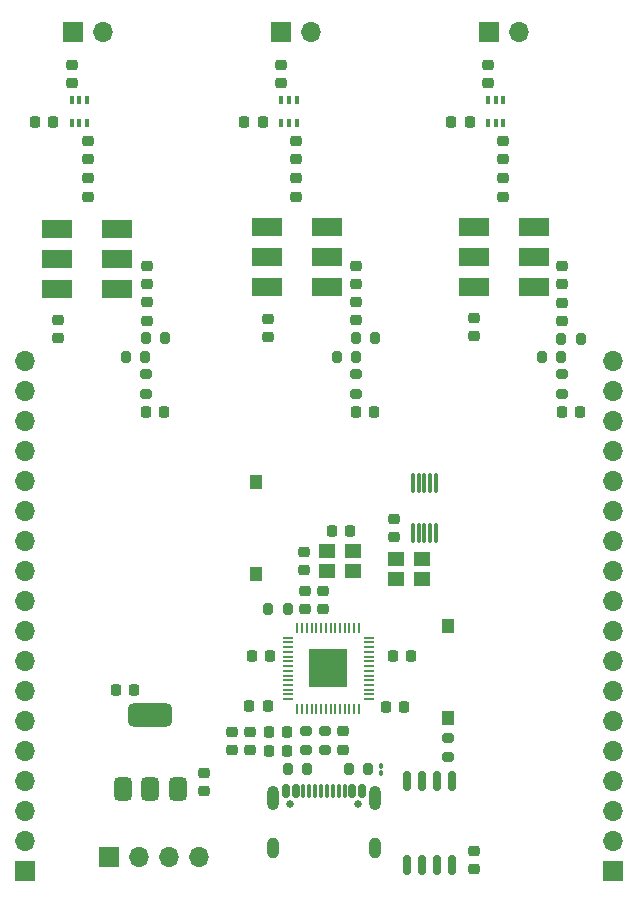
<source format=gbr>
%TF.GenerationSoftware,KiCad,Pcbnew,9.0.0*%
%TF.CreationDate,2025-05-17T06:27:11-04:00*%
%TF.ProjectId,phase-interferometer,70686173-652d-4696-9e74-65726665726f,rev?*%
%TF.SameCoordinates,Original*%
%TF.FileFunction,Soldermask,Top*%
%TF.FilePolarity,Negative*%
%FSLAX46Y46*%
G04 Gerber Fmt 4.6, Leading zero omitted, Abs format (unit mm)*
G04 Created by KiCad (PCBNEW 9.0.0) date 2025-05-17 06:27:11*
%MOMM*%
%LPD*%
G01*
G04 APERTURE LIST*
G04 Aperture macros list*
%AMRoundRect*
0 Rectangle with rounded corners*
0 $1 Rounding radius*
0 $2 $3 $4 $5 $6 $7 $8 $9 X,Y pos of 4 corners*
0 Add a 4 corners polygon primitive as box body*
4,1,4,$2,$3,$4,$5,$6,$7,$8,$9,$2,$3,0*
0 Add four circle primitives for the rounded corners*
1,1,$1+$1,$2,$3*
1,1,$1+$1,$4,$5*
1,1,$1+$1,$6,$7*
1,1,$1+$1,$8,$9*
0 Add four rect primitives between the rounded corners*
20,1,$1+$1,$2,$3,$4,$5,0*
20,1,$1+$1,$4,$5,$6,$7,0*
20,1,$1+$1,$6,$7,$8,$9,0*
20,1,$1+$1,$8,$9,$2,$3,0*%
G04 Aperture macros list end*
%ADD10R,1.400000X1.200000*%
%ADD11RoundRect,0.087500X0.087500X-0.725000X0.087500X0.725000X-0.087500X0.725000X-0.087500X-0.725000X0*%
%ADD12RoundRect,0.225000X0.250000X-0.225000X0.250000X0.225000X-0.250000X0.225000X-0.250000X-0.225000X0*%
%ADD13R,1.700000X1.700000*%
%ADD14O,1.700000X1.700000*%
%ADD15RoundRect,0.225000X0.225000X0.250000X-0.225000X0.250000X-0.225000X-0.250000X0.225000X-0.250000X0*%
%ADD16R,2.540000X1.650000*%
%ADD17RoundRect,0.200000X0.275000X-0.200000X0.275000X0.200000X-0.275000X0.200000X-0.275000X-0.200000X0*%
%ADD18RoundRect,0.225000X-0.250000X0.225000X-0.250000X-0.225000X0.250000X-0.225000X0.250000X0.225000X0*%
%ADD19RoundRect,0.225000X-0.225000X-0.250000X0.225000X-0.250000X0.225000X0.250000X-0.225000X0.250000X0*%
%ADD20RoundRect,0.200000X-0.200000X-0.275000X0.200000X-0.275000X0.200000X0.275000X-0.200000X0.275000X0*%
%ADD21RoundRect,0.100000X0.100000X-0.225000X0.100000X0.225000X-0.100000X0.225000X-0.100000X-0.225000X0*%
%ADD22RoundRect,0.200000X0.200000X0.275000X-0.200000X0.275000X-0.200000X-0.275000X0.200000X-0.275000X0*%
%ADD23C,0.650000*%
%ADD24RoundRect,0.150000X-0.150000X-0.425000X0.150000X-0.425000X0.150000X0.425000X-0.150000X0.425000X0*%
%ADD25RoundRect,0.075000X-0.075000X-0.500000X0.075000X-0.500000X0.075000X0.500000X-0.075000X0.500000X0*%
%ADD26O,1.000000X2.100000*%
%ADD27O,1.000000X1.800000*%
%ADD28RoundRect,0.200000X-0.275000X0.200000X-0.275000X-0.200000X0.275000X-0.200000X0.275000X0.200000X0*%
%ADD29R,1.000000X1.250000*%
%ADD30RoundRect,0.375000X0.375000X-0.625000X0.375000X0.625000X-0.375000X0.625000X-0.375000X-0.625000X0*%
%ADD31RoundRect,0.500000X1.400000X-0.500000X1.400000X0.500000X-1.400000X0.500000X-1.400000X-0.500000X0*%
%ADD32RoundRect,0.100000X0.100000X-0.130000X0.100000X0.130000X-0.100000X0.130000X-0.100000X-0.130000X0*%
%ADD33RoundRect,0.050000X0.387500X0.050000X-0.387500X0.050000X-0.387500X-0.050000X0.387500X-0.050000X0*%
%ADD34RoundRect,0.050000X0.050000X0.387500X-0.050000X0.387500X-0.050000X-0.387500X0.050000X-0.387500X0*%
%ADD35R,3.200000X3.200000*%
%ADD36RoundRect,0.162500X-0.162500X0.650000X-0.162500X-0.650000X0.162500X-0.650000X0.162500X0.650000X0*%
G04 APERTURE END LIST*
D10*
%TO.C,Y4*%
X159800000Y-100978833D03*
X162000000Y-100978833D03*
X162000000Y-102678833D03*
X159800000Y-102678833D03*
%TD*%
D11*
%TO.C,Y1*%
X161200000Y-94566333D03*
X161700000Y-94566333D03*
X162200000Y-94566333D03*
X162700000Y-94566333D03*
X163200000Y-94566333D03*
X163200000Y-98791333D03*
X162700000Y-98791333D03*
X162200000Y-98791333D03*
X161700000Y-98791333D03*
X161200000Y-98791333D03*
%TD*%
D12*
%TO.C,C41*%
X159600000Y-97603833D03*
X159600000Y-99153833D03*
%TD*%
D13*
%TO.C,AE3*%
X167677500Y-56360000D03*
D14*
X170217500Y-56360000D03*
%TD*%
D15*
%TO.C,C3*%
X166015000Y-63960000D03*
X164465000Y-63960000D03*
%TD*%
D10*
%TO.C,Y3*%
X153950000Y-102050000D03*
X156150000Y-102050000D03*
X156150000Y-100350000D03*
X153950000Y-100350000D03*
%TD*%
D13*
%TO.C,AE1*%
X132402500Y-56360000D03*
D14*
X134942500Y-56360000D03*
%TD*%
D16*
%TO.C,U5*%
X153930000Y-78000000D03*
X153930000Y-75460000D03*
X153930000Y-72920000D03*
X148850000Y-72920000D03*
X148850000Y-75460000D03*
X148850000Y-78000000D03*
%TD*%
D15*
%TO.C,C27*%
X161075000Y-109200000D03*
X159525000Y-109200000D03*
%TD*%
D17*
%TO.C,R5*%
X156390000Y-87010000D03*
X156390000Y-85360000D03*
%TD*%
D15*
%TO.C,C14*%
X160475000Y-113500000D03*
X158925000Y-113500000D03*
%TD*%
D18*
%TO.C,C18*%
X156440000Y-76160000D03*
X156440000Y-77710000D03*
%TD*%
D12*
%TO.C,C16*%
X131150000Y-82275000D03*
X131150000Y-80725000D03*
%TD*%
D19*
%TO.C,C22*%
X156390000Y-88510000D03*
X157940000Y-88510000D03*
%TD*%
D20*
%TO.C,R9*%
X173790000Y-82360000D03*
X175440000Y-82360000D03*
%TD*%
D12*
%TO.C,C40*%
X143500000Y-120675000D03*
X143500000Y-119125000D03*
%TD*%
D21*
%TO.C,U6*%
X167590000Y-64060000D03*
X168240000Y-64060000D03*
X168890000Y-64060000D03*
X168890000Y-62160000D03*
X168240000Y-62160000D03*
X167590000Y-62160000D03*
%TD*%
D12*
%TO.C,C17*%
X148950000Y-82235000D03*
X148950000Y-80685000D03*
%TD*%
D21*
%TO.C,U4*%
X150090000Y-64060000D03*
X150740000Y-64060000D03*
X151390000Y-64060000D03*
X151390000Y-62160000D03*
X150740000Y-62160000D03*
X150090000Y-62160000D03*
%TD*%
D18*
%TO.C,C9*%
X168890000Y-65610000D03*
X168890000Y-67160000D03*
%TD*%
D22*
%TO.C,R7*%
X173765000Y-83910000D03*
X172115000Y-83910000D03*
%TD*%
D18*
%TO.C,C8*%
X151340000Y-65610000D03*
X151340000Y-67160000D03*
%TD*%
D23*
%TO.C,J1*%
X150810000Y-121745000D03*
X156590000Y-121745000D03*
D24*
X150500000Y-120670000D03*
X151300000Y-120670000D03*
D25*
X152450000Y-120670000D03*
X153450000Y-120670000D03*
X153950000Y-120670000D03*
X154950000Y-120670000D03*
D24*
X156100000Y-120670000D03*
X156900000Y-120670000D03*
X156900000Y-120670000D03*
X156100000Y-120670000D03*
D25*
X155450000Y-120670000D03*
X154450000Y-120670000D03*
X152950000Y-120670000D03*
X151950000Y-120670000D03*
D24*
X151300000Y-120670000D03*
X150500000Y-120670000D03*
D26*
X149380000Y-121245000D03*
D27*
X149380000Y-125425000D03*
D26*
X158020000Y-121245000D03*
D27*
X158020000Y-125425000D03*
%TD*%
D28*
%TO.C,R11*%
X152164488Y-115543698D03*
X152164488Y-117193698D03*
%TD*%
D17*
%TO.C,R10*%
X153764488Y-117193698D03*
X153764488Y-115543698D03*
%TD*%
D19*
%TO.C,C33*%
X149039488Y-115618698D03*
X150589488Y-115618698D03*
%TD*%
D18*
%TO.C,C38*%
X152000000Y-100375000D03*
X152000000Y-101925000D03*
%TD*%
D12*
%TO.C,C36*%
X166400000Y-127275000D03*
X166400000Y-125725000D03*
%TD*%
D18*
%TO.C,C10*%
X133690000Y-68760000D03*
X133690000Y-70310000D03*
%TD*%
D13*
%TO.C,J3*%
X128400000Y-127450000D03*
D14*
X128400000Y-124910000D03*
X128400000Y-122370000D03*
X128400000Y-119830000D03*
X128400000Y-117290000D03*
X128400000Y-114750000D03*
X128400000Y-112210000D03*
X128400000Y-109670000D03*
X128400000Y-107130000D03*
X128400000Y-104590000D03*
X128400000Y-102050000D03*
X128400000Y-99510000D03*
X128400000Y-96970000D03*
X128400000Y-94430000D03*
X128400000Y-91890000D03*
X128400000Y-89350000D03*
X128400000Y-86810000D03*
X128400000Y-84270000D03*
%TD*%
D18*
%TO.C,C12*%
X168890000Y-68760000D03*
X168890000Y-70310000D03*
%TD*%
%TO.C,C11*%
X151340000Y-68760000D03*
X151340000Y-70310000D03*
%TD*%
D17*
%TO.C,R3*%
X138640000Y-87010000D03*
X138640000Y-85360000D03*
%TD*%
D18*
%TO.C,C21*%
X156440000Y-79235000D03*
X156440000Y-80785000D03*
%TD*%
D19*
%TO.C,C37*%
X154375000Y-98600000D03*
X155925000Y-98600000D03*
%TD*%
D18*
%TO.C,C34*%
X152100000Y-103675000D03*
X152100000Y-105225000D03*
%TD*%
%TO.C,C28*%
X153629652Y-103675000D03*
X153629652Y-105225000D03*
%TD*%
D21*
%TO.C,U3*%
X132340000Y-64060000D03*
X132990000Y-64060000D03*
X133640000Y-64060000D03*
X133640000Y-62160000D03*
X132990000Y-62160000D03*
X132340000Y-62160000D03*
%TD*%
D19*
%TO.C,C20*%
X138590000Y-88510000D03*
X140140000Y-88510000D03*
%TD*%
D22*
%TO.C,R12*%
X152275000Y-118750000D03*
X150625000Y-118750000D03*
%TD*%
D29*
%TO.C,SW1*%
X164200000Y-106675000D03*
X164200000Y-114425000D03*
%TD*%
D30*
%TO.C,U9*%
X136700000Y-120500000D03*
X139000000Y-120500000D03*
D31*
X139000000Y-114200000D03*
D30*
X141300000Y-120500000D03*
%TD*%
D19*
%TO.C,C26*%
X173840000Y-88510000D03*
X175390000Y-88510000D03*
%TD*%
D20*
%TO.C,R15*%
X148975000Y-105200000D03*
X150625000Y-105200000D03*
%TD*%
D12*
%TO.C,C32*%
X155314488Y-117143698D03*
X155314488Y-115593698D03*
%TD*%
D18*
%TO.C,C15*%
X138690000Y-76160000D03*
X138690000Y-77710000D03*
%TD*%
D15*
%TO.C,C1*%
X130740000Y-63960000D03*
X129190000Y-63960000D03*
%TD*%
D16*
%TO.C,U7*%
X171440000Y-77990000D03*
X171440000Y-75450000D03*
X171440000Y-72910000D03*
X166360000Y-72910000D03*
X166360000Y-75450000D03*
X166360000Y-77990000D03*
%TD*%
D20*
%TO.C,R13*%
X155775000Y-118750000D03*
X157425000Y-118750000D03*
%TD*%
D22*
%TO.C,R2*%
X138565000Y-83860000D03*
X136915000Y-83860000D03*
%TD*%
D13*
%TO.C,J2*%
X178150000Y-127370000D03*
D14*
X178150000Y-124830000D03*
X178150000Y-122290000D03*
X178150000Y-119750000D03*
X178150000Y-117210000D03*
X178150000Y-114670000D03*
X178150000Y-112130000D03*
X178150000Y-109590000D03*
X178150000Y-107050000D03*
X178150000Y-104510000D03*
X178150000Y-101970000D03*
X178150000Y-99430000D03*
X178150000Y-96890000D03*
X178150000Y-94350000D03*
X178150000Y-91810000D03*
X178150000Y-89270000D03*
X178150000Y-86730000D03*
X178150000Y-84190000D03*
%TD*%
D13*
%TO.C,AE2*%
X150040000Y-56360000D03*
D14*
X152580000Y-56360000D03*
%TD*%
D32*
%TO.C,FB1*%
X158550000Y-119120000D03*
X158550000Y-118480000D03*
%TD*%
D19*
%TO.C,C29*%
X147575000Y-109250000D03*
X149125000Y-109250000D03*
%TD*%
D33*
%TO.C,U1*%
X157487500Y-112862500D03*
X157487500Y-112462500D03*
X157487500Y-112062500D03*
X157487500Y-111662500D03*
X157487500Y-111262500D03*
X157487500Y-110862500D03*
X157487500Y-110462500D03*
X157487500Y-110062500D03*
X157487500Y-109662500D03*
X157487500Y-109262500D03*
X157487500Y-108862500D03*
X157487500Y-108462500D03*
X157487500Y-108062500D03*
X157487500Y-107662500D03*
D34*
X156650000Y-106825000D03*
X156250000Y-106825000D03*
X155850000Y-106825000D03*
X155450000Y-106825000D03*
X155050000Y-106825000D03*
X154650000Y-106825000D03*
X154250000Y-106825000D03*
X153850000Y-106825000D03*
X153450000Y-106825000D03*
X153050000Y-106825000D03*
X152650000Y-106825000D03*
X152250000Y-106825000D03*
X151850000Y-106825000D03*
X151450000Y-106825000D03*
D33*
X150612500Y-107662500D03*
X150612500Y-108062500D03*
X150612500Y-108462500D03*
X150612500Y-108862500D03*
X150612500Y-109262500D03*
X150612500Y-109662500D03*
X150612500Y-110062500D03*
X150612500Y-110462500D03*
X150612500Y-110862500D03*
X150612500Y-111262500D03*
X150612500Y-111662500D03*
X150612500Y-112062500D03*
X150612500Y-112462500D03*
X150612500Y-112862500D03*
D34*
X151450000Y-113700000D03*
X151850000Y-113700000D03*
X152250000Y-113700000D03*
X152650000Y-113700000D03*
X153050000Y-113700000D03*
X153450000Y-113700000D03*
X153850000Y-113700000D03*
X154250000Y-113700000D03*
X154650000Y-113700000D03*
X155050000Y-113700000D03*
X155450000Y-113700000D03*
X155850000Y-113700000D03*
X156250000Y-113700000D03*
X156650000Y-113700000D03*
D35*
X154050000Y-110262500D03*
%TD*%
D19*
%TO.C,C30*%
X147375000Y-113400000D03*
X148925000Y-113400000D03*
%TD*%
D18*
%TO.C,C5*%
X150090000Y-59160000D03*
X150090000Y-60710000D03*
%TD*%
D16*
%TO.C,U2*%
X136180000Y-78100000D03*
X136180000Y-75560000D03*
X136180000Y-73020000D03*
X131100000Y-73020000D03*
X131100000Y-75560000D03*
X131100000Y-78100000D03*
%TD*%
D17*
%TO.C,R8*%
X173840000Y-87010000D03*
X173840000Y-85360000D03*
%TD*%
D36*
%TO.C,U8*%
X164505000Y-119762500D03*
X163235000Y-119762500D03*
X161965000Y-119762500D03*
X160695000Y-119762500D03*
X160695000Y-126937500D03*
X161965000Y-126937500D03*
X163235000Y-126937500D03*
X164505000Y-126937500D03*
%TD*%
D12*
%TO.C,C23*%
X166410000Y-82135000D03*
X166410000Y-80585000D03*
%TD*%
D18*
%TO.C,C13*%
X145864488Y-115643698D03*
X145864488Y-117193698D03*
%TD*%
D20*
%TO.C,R1*%
X138615000Y-82310000D03*
X140265000Y-82310000D03*
%TD*%
D29*
%TO.C,SW2*%
X147950000Y-94475000D03*
X147950000Y-102225000D03*
%TD*%
D28*
%TO.C,R14*%
X164200000Y-116125000D03*
X164200000Y-117775000D03*
%TD*%
D18*
%TO.C,C6*%
X167565000Y-59160000D03*
X167565000Y-60710000D03*
%TD*%
%TO.C,C25*%
X173840000Y-79285000D03*
X173840000Y-80835000D03*
%TD*%
D12*
%TO.C,C31*%
X147464488Y-117193698D03*
X147464488Y-115643698D03*
%TD*%
D22*
%TO.C,R4*%
X156415000Y-83860000D03*
X154765000Y-83860000D03*
%TD*%
D18*
%TO.C,C7*%
X133690000Y-65610000D03*
X133690000Y-67160000D03*
%TD*%
%TO.C,C24*%
X173840000Y-76160000D03*
X173840000Y-77710000D03*
%TD*%
D15*
%TO.C,C2*%
X148490000Y-63960000D03*
X146940000Y-63960000D03*
%TD*%
D18*
%TO.C,C4*%
X132390000Y-59160000D03*
X132390000Y-60710000D03*
%TD*%
D20*
%TO.C,R6*%
X156390000Y-82310000D03*
X158040000Y-82310000D03*
%TD*%
D15*
%TO.C,C39*%
X137625000Y-112050000D03*
X136075000Y-112050000D03*
%TD*%
%TO.C,C35*%
X150589488Y-117218698D03*
X149039488Y-117218698D03*
%TD*%
D13*
%TO.C,J4*%
X135480000Y-126200000D03*
D14*
X138020000Y-126200000D03*
X140560000Y-126200000D03*
X143100000Y-126200000D03*
%TD*%
D18*
%TO.C,C19*%
X138690000Y-79260000D03*
X138690000Y-80810000D03*
%TD*%
M02*

</source>
